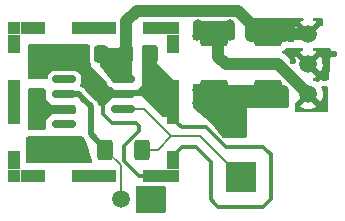
<source format=gbr>
G04 #@! TF.GenerationSoftware,KiCad,Pcbnew,7.0.5*
G04 #@! TF.CreationDate,2023-07-12T12:31:12+02:00*
G04 #@! TF.ProjectId,Tunnelling-Amp,54756e6e-656c-46c6-996e-672d416d702e,1.0*
G04 #@! TF.SameCoordinates,Original*
G04 #@! TF.FileFunction,Copper,L1,Top*
G04 #@! TF.FilePolarity,Positive*
%FSLAX46Y46*%
G04 Gerber Fmt 4.6, Leading zero omitted, Abs format (unit mm)*
G04 Created by KiCad (PCBNEW 7.0.5) date 2023-07-12 12:31:12*
%MOMM*%
%LPD*%
G01*
G04 APERTURE LIST*
G04 Aperture macros list*
%AMRoundRect*
0 Rectangle with rounded corners*
0 $1 Rounding radius*
0 $2 $3 $4 $5 $6 $7 $8 $9 X,Y pos of 4 corners*
0 Add a 4 corners polygon primitive as box body*
4,1,4,$2,$3,$4,$5,$6,$7,$8,$9,$2,$3,0*
0 Add four circle primitives for the rounded corners*
1,1,$1+$1,$2,$3*
1,1,$1+$1,$4,$5*
1,1,$1+$1,$6,$7*
1,1,$1+$1,$8,$9*
0 Add four rect primitives between the rounded corners*
20,1,$1+$1,$2,$3,$4,$5,0*
20,1,$1+$1,$4,$5,$6,$7,0*
20,1,$1+$1,$6,$7,$8,$9,0*
20,1,$1+$1,$8,$9,$2,$3,0*%
G04 Aperture macros list end*
G04 #@! TA.AperFunction,SMDPad,CuDef*
%ADD10RoundRect,0.250000X-0.925000X0.787500X-0.925000X-0.787500X0.925000X-0.787500X0.925000X0.787500X0*%
G04 #@! TD*
G04 #@! TA.AperFunction,SMDPad,CuDef*
%ADD11RoundRect,0.250000X0.925000X-0.787500X0.925000X0.787500X-0.925000X0.787500X-0.925000X-0.787500X0*%
G04 #@! TD*
G04 #@! TA.AperFunction,SMDPad,CuDef*
%ADD12R,2.500000X2.500000*%
G04 #@! TD*
G04 #@! TA.AperFunction,SMDPad,CuDef*
%ADD13RoundRect,0.250000X0.475000X-0.337500X0.475000X0.337500X-0.475000X0.337500X-0.475000X-0.337500X0*%
G04 #@! TD*
G04 #@! TA.AperFunction,SMDPad,CuDef*
%ADD14R,1.000000X1.000000*%
G04 #@! TD*
G04 #@! TA.AperFunction,SMDPad,CuDef*
%ADD15R,2.130000X1.000000*%
G04 #@! TD*
G04 #@! TA.AperFunction,SMDPad,CuDef*
%ADD16R,3.800000X1.000000*%
G04 #@! TD*
G04 #@! TA.AperFunction,SMDPad,CuDef*
%ADD17R,1.000000X1.650000*%
G04 #@! TD*
G04 #@! TA.AperFunction,SMDPad,CuDef*
%ADD18R,1.000000X3.800000*%
G04 #@! TD*
G04 #@! TA.AperFunction,SMDPad,CuDef*
%ADD19RoundRect,0.150000X0.825000X0.150000X-0.825000X0.150000X-0.825000X-0.150000X0.825000X-0.150000X0*%
G04 #@! TD*
G04 #@! TA.AperFunction,SMDPad,CuDef*
%ADD20RoundRect,0.250000X-0.337500X-0.475000X0.337500X-0.475000X0.337500X0.475000X-0.337500X0.475000X0*%
G04 #@! TD*
G04 #@! TA.AperFunction,SMDPad,CuDef*
%ADD21RoundRect,0.250000X-0.475000X0.337500X-0.475000X-0.337500X0.475000X-0.337500X0.475000X0.337500X0*%
G04 #@! TD*
G04 #@! TA.AperFunction,SMDPad,CuDef*
%ADD22RoundRect,0.250000X-0.400000X-0.625000X0.400000X-0.625000X0.400000X0.625000X-0.400000X0.625000X0*%
G04 #@! TD*
G04 #@! TA.AperFunction,SMDPad,CuDef*
%ADD23RoundRect,0.250000X0.337500X0.475000X-0.337500X0.475000X-0.337500X-0.475000X0.337500X-0.475000X0*%
G04 #@! TD*
G04 #@! TA.AperFunction,SMDPad,CuDef*
%ADD24C,1.500000*%
G04 #@! TD*
G04 #@! TA.AperFunction,ViaPad*
%ADD25C,0.800000*%
G04 #@! TD*
G04 #@! TA.AperFunction,ViaPad*
%ADD26C,0.600000*%
G04 #@! TD*
G04 #@! TA.AperFunction,Conductor*
%ADD27C,0.300000*%
G04 #@! TD*
G04 #@! TA.AperFunction,Conductor*
%ADD28C,0.600000*%
G04 #@! TD*
G04 #@! TA.AperFunction,Conductor*
%ADD29C,1.000000*%
G04 #@! TD*
G04 #@! TA.AperFunction,Conductor*
%ADD30C,0.200000*%
G04 #@! TD*
G04 #@! TA.AperFunction,Conductor*
%ADD31C,0.500000*%
G04 #@! TD*
G04 APERTURE END LIST*
D10*
X113924000Y-119350500D03*
X113924000Y-124275500D03*
D11*
X118496000Y-124275500D03*
X118496000Y-119350500D03*
D12*
X116210000Y-131465000D03*
D13*
X98930000Y-124628500D03*
X98930000Y-122553500D03*
D14*
X97026000Y-131365000D03*
D15*
X98591000Y-131365000D03*
D16*
X103756000Y-131365000D03*
D15*
X108921000Y-131365000D03*
D14*
X110486000Y-131365000D03*
D17*
X97026000Y-130040000D03*
X110486000Y-130040000D03*
D18*
X97026000Y-125115000D03*
X110486000Y-125115000D03*
D17*
X97026000Y-120190000D03*
X110486000Y-120190000D03*
D14*
X97026000Y-118865000D03*
D15*
X98591000Y-118865000D03*
D16*
X103756000Y-118865000D03*
D15*
X108921000Y-118865000D03*
D14*
X110486000Y-118865000D03*
D19*
X106231000Y-125750000D03*
X106231000Y-124480000D03*
X106231000Y-123210000D03*
X101281000Y-123210000D03*
X101281000Y-124480000D03*
X101281000Y-125750000D03*
X101281000Y-127020000D03*
D20*
X102345500Y-121051000D03*
X104420500Y-121051000D03*
D21*
X98930000Y-126744500D03*
X98930000Y-128819500D03*
D22*
X104746000Y-129179000D03*
X107846000Y-129179000D03*
D23*
X108603500Y-121051000D03*
X106528500Y-121051000D03*
D24*
X121925000Y-124480000D03*
X115575000Y-127020000D03*
X106050000Y-133370000D03*
X108590000Y-133370000D03*
X121925000Y-121940000D03*
X121925000Y-119400000D03*
D25*
X112527000Y-124099000D03*
X112527000Y-125242000D03*
X115321000Y-125242000D03*
X115321000Y-124099000D03*
X109225000Y-123845000D03*
D26*
X123322000Y-122385503D03*
D25*
X108336000Y-122956000D03*
X117099000Y-124099000D03*
D26*
X107574000Y-134259000D03*
X120655000Y-121686000D03*
D25*
X109225000Y-124734000D03*
D26*
X109606000Y-134259000D03*
D25*
X117099000Y-125242000D03*
D26*
X102621000Y-129560000D03*
D25*
X119893000Y-124099000D03*
D26*
X107574000Y-132481000D03*
X124084000Y-121051000D03*
D25*
X108717000Y-122194000D03*
X98430000Y-129687000D03*
D26*
X123322000Y-121686000D03*
D25*
X99319000Y-129687000D03*
D26*
X123322000Y-123083000D03*
X123322000Y-121051000D03*
D25*
X119893000Y-125242000D03*
X108375497Y-123845000D03*
D26*
X109606000Y-132481000D03*
D25*
X109225000Y-122956000D03*
D26*
X120655000Y-121051000D03*
D25*
X115321000Y-119527000D03*
X115321000Y-118511000D03*
X99573000Y-125750000D03*
X98684000Y-125750000D03*
X112527000Y-119527000D03*
X112552400Y-118536400D03*
D27*
X118432500Y-133687500D02*
X118750000Y-133370000D01*
X113987500Y-133687500D02*
X114305000Y-134005000D01*
X118432500Y-129242500D02*
X118115000Y-128925000D01*
X118750000Y-131465000D02*
X118750000Y-129560000D01*
X116210000Y-134005000D02*
X116210000Y-134005000D01*
X113670000Y-131465000D02*
X113670000Y-133370000D01*
X116210000Y-128925000D02*
X114940000Y-128925000D01*
X116210000Y-134005000D02*
X118115000Y-134005000D01*
X116210000Y-128925000D02*
X116210000Y-128925000D01*
X113289000Y-127274000D02*
X111257000Y-127274000D01*
X112400000Y-128925000D02*
X112400000Y-128925000D01*
X111249000Y-127266000D02*
X110939500Y-126956500D01*
X114940000Y-128925000D02*
X113289000Y-127274000D01*
X111257000Y-128925000D02*
X112400000Y-128925000D01*
X110241000Y-126258000D02*
X110939500Y-126956500D01*
X105288000Y-126893000D02*
X104526000Y-126131000D01*
X106304000Y-128847472D02*
X107574000Y-127577472D01*
X106231000Y-124480000D02*
X107828000Y-124480000D01*
X118750000Y-133370000D02*
X118750000Y-131465000D01*
X105415000Y-124480000D02*
X106231000Y-124480000D01*
X108921000Y-131365000D02*
X107556000Y-131365000D01*
X107556000Y-131365000D02*
X106304000Y-130113000D01*
X104526000Y-126131000D02*
X104526000Y-125369000D01*
X110486000Y-126503000D02*
X110486000Y-125115000D01*
X107574000Y-127577472D02*
X107574000Y-127147000D01*
X104526000Y-125369000D02*
X105415000Y-124480000D01*
X112400000Y-128925000D02*
X113670000Y-130195000D01*
X113670000Y-130195000D02*
X113670000Y-131465000D01*
X118750000Y-129560000D02*
X118432500Y-129242500D01*
X109606000Y-126258000D02*
X110241000Y-126258000D01*
X110486000Y-129696000D02*
X111257000Y-128925000D01*
X107320000Y-126893000D02*
X105288000Y-126893000D01*
X111257000Y-127274000D02*
X111249000Y-127266000D01*
X110939500Y-126956500D02*
X110486000Y-126503000D01*
X113670000Y-133370000D02*
X113987500Y-133687500D01*
X107828000Y-124480000D02*
X109606000Y-126258000D01*
X113289000Y-127274000D02*
X113289000Y-127274000D01*
X114305000Y-134005000D02*
X116210000Y-134005000D01*
X107574000Y-127147000D02*
X107320000Y-126893000D01*
X110486000Y-130040000D02*
X110486000Y-129696000D01*
X118115000Y-128925000D02*
X116210000Y-128925000D01*
X118115000Y-134005000D02*
X118432500Y-133687500D01*
X106304000Y-130113000D02*
X106304000Y-128847472D01*
D28*
X113924000Y-119350500D02*
X113874500Y-119400000D01*
D29*
X121925000Y-124480000D02*
X119385000Y-121940000D01*
X114940000Y-121940000D02*
X114305000Y-121305000D01*
X114305000Y-121305000D02*
X114305000Y-119731500D01*
X119385000Y-121940000D02*
X114940000Y-121940000D01*
D28*
X114305000Y-119731500D02*
X113924000Y-119350500D01*
D29*
X104408000Y-121051000D02*
X106528500Y-121051000D01*
X117099000Y-119527000D02*
X119893000Y-119527000D01*
X106528500Y-121051000D02*
X106528500Y-122912500D01*
X106528500Y-121051000D02*
X106528500Y-118286500D01*
X117099000Y-118511000D02*
X119893000Y-118511000D01*
X117099000Y-118511000D02*
X117099000Y-119527000D01*
X121925000Y-119400000D02*
X120020000Y-119400000D01*
X115999000Y-117411000D02*
X117099000Y-118511000D01*
X107404000Y-117411000D02*
X115999000Y-117411000D01*
D30*
X106528500Y-122912500D02*
X106231000Y-123210000D01*
D29*
X106528500Y-118286500D02*
X107404000Y-117411000D01*
D30*
X120020000Y-119400000D02*
X119893000Y-119527000D01*
X112781000Y-128036000D02*
X116210000Y-131465000D01*
X106231000Y-125750000D02*
X108021000Y-125750000D01*
X107846000Y-129179000D02*
X109164000Y-129179000D01*
X109164000Y-129179000D02*
X110307000Y-128036000D01*
X108021000Y-125750000D02*
X110307000Y-128036000D01*
X110307000Y-128036000D02*
X112781000Y-128036000D01*
D31*
X102875000Y-124861000D02*
X102494000Y-124480000D01*
D30*
X106050000Y-133370000D02*
X106050000Y-130495396D01*
D31*
X102494000Y-124480000D02*
X101281000Y-124480000D01*
X103510000Y-125496000D02*
X103510000Y-127880500D01*
D30*
X104808500Y-129253896D02*
X104808500Y-129179000D01*
X106050000Y-130495396D02*
X104808500Y-129253896D01*
D31*
X102875000Y-124861000D02*
X103510000Y-125496000D01*
X103510000Y-127880500D02*
X104808500Y-129179000D01*
G04 #@! TA.AperFunction,Conductor*
G36*
X115627500Y-118331462D02*
G01*
X115682038Y-118386000D01*
X115702000Y-118460500D01*
X115702000Y-119759000D01*
X115682038Y-119833500D01*
X115627500Y-119888038D01*
X115553000Y-119908000D01*
X112295000Y-119908000D01*
X112220500Y-119888038D01*
X112165962Y-119833500D01*
X112146000Y-119759000D01*
X112146000Y-118460500D01*
X112165962Y-118386000D01*
X112220500Y-118331462D01*
X112295000Y-118311500D01*
X115553000Y-118311500D01*
X115627500Y-118331462D01*
G37*
G04 #@! TD.AperFunction*
G04 #@! TA.AperFunction,Conductor*
G36*
X103372414Y-120283562D02*
G01*
X103426952Y-120338100D01*
X103446914Y-120412600D01*
X103440998Y-120454170D01*
X103435402Y-120473428D01*
X103435402Y-120473431D01*
X103432500Y-120510306D01*
X103432500Y-121591694D01*
X103434757Y-121620374D01*
X103435402Y-121628571D01*
X103481256Y-121786397D01*
X103481256Y-121786398D01*
X103489249Y-121799914D01*
X103509992Y-121874198D01*
X103510000Y-121875762D01*
X103510000Y-122067000D01*
X104720617Y-123277618D01*
X104726117Y-123283762D01*
X104834964Y-123419821D01*
X104862482Y-123482631D01*
X104863782Y-123482303D01*
X104865750Y-123490089D01*
X104865915Y-123490466D01*
X104865996Y-123491065D01*
X104866122Y-123491564D01*
X104921638Y-123632341D01*
X104923205Y-123634408D01*
X105013078Y-123752922D01*
X105133658Y-123844361D01*
X105274436Y-123899877D01*
X105301059Y-123903074D01*
X105372643Y-123931773D01*
X105388651Y-123945651D01*
X105542000Y-124099000D01*
X106304000Y-124099000D01*
X106304000Y-124607000D01*
X106295947Y-124615052D01*
X106284038Y-124659500D01*
X106229500Y-124714038D01*
X106155000Y-124734000D01*
X105288000Y-124734000D01*
X104569641Y-125452359D01*
X104502846Y-125490923D01*
X104464282Y-125496000D01*
X104299269Y-125496000D01*
X104224769Y-125476038D01*
X104170231Y-125421500D01*
X104156187Y-125388575D01*
X104152224Y-125374936D01*
X104147483Y-125352040D01*
X104145071Y-125332942D01*
X104145070Y-125332938D01*
X104127408Y-125288330D01*
X104125136Y-125281698D01*
X104111745Y-125235602D01*
X104106302Y-125226398D01*
X104101940Y-125219022D01*
X104091655Y-125198027D01*
X104084570Y-125180134D01*
X104084567Y-125180128D01*
X104073101Y-125164347D01*
X104056361Y-125141306D01*
X104052516Y-125135454D01*
X104028081Y-125094135D01*
X104014462Y-125080516D01*
X103999279Y-125062739D01*
X103987963Y-125047163D01*
X103950995Y-125016580D01*
X103945800Y-125011854D01*
X103285079Y-124351133D01*
X103285076Y-124351131D01*
X103016384Y-124082438D01*
X103005579Y-124068951D01*
X103005178Y-124069284D01*
X102999205Y-124062065D01*
X102999202Y-124062060D01*
X102947608Y-124013610D01*
X102945927Y-124011981D01*
X102925034Y-123991088D01*
X102919710Y-123986958D01*
X102914372Y-123982398D01*
X102879400Y-123949557D01*
X102879396Y-123949554D01*
X102879393Y-123949552D01*
X102862515Y-123940273D01*
X102842984Y-123927444D01*
X102827764Y-123915638D01*
X102783720Y-123896578D01*
X102777423Y-123893493D01*
X102735372Y-123870375D01*
X102735369Y-123870373D01*
X102729697Y-123868917D01*
X102716704Y-123865580D01*
X102694598Y-123858012D01*
X102676926Y-123850365D01*
X102676924Y-123850364D01*
X102668320Y-123846641D01*
X102668892Y-123845319D01*
X102611524Y-123810575D01*
X102574368Y-123742986D01*
X102575985Y-123665875D01*
X102589198Y-123634408D01*
X102590355Y-123632349D01*
X102590361Y-123632342D01*
X102645877Y-123491564D01*
X102656500Y-123403102D01*
X102656500Y-123016898D01*
X102645877Y-122928436D01*
X102590361Y-122787658D01*
X102498922Y-122667078D01*
X102498920Y-122667076D01*
X102451982Y-122631482D01*
X102378342Y-122575639D01*
X102378341Y-122575638D01*
X102237563Y-122520122D01*
X102149105Y-122509500D01*
X102149102Y-122509500D01*
X100412898Y-122509500D01*
X100412894Y-122509500D01*
X100324436Y-122520122D01*
X100183658Y-122575638D01*
X100183658Y-122575639D01*
X100063079Y-122667076D01*
X100063076Y-122667079D01*
X99971639Y-122787658D01*
X99971638Y-122787658D01*
X99916122Y-122928436D01*
X99905500Y-123016894D01*
X99905500Y-123061000D01*
X99885538Y-123135500D01*
X99831000Y-123190038D01*
X99756500Y-123210000D01*
X98325000Y-123210000D01*
X98250500Y-123190038D01*
X98195962Y-123135500D01*
X98176000Y-123061000D01*
X98176000Y-120412600D01*
X98195962Y-120338100D01*
X98250500Y-120283562D01*
X98325000Y-120263600D01*
X103297914Y-120263600D01*
X103372414Y-120283562D01*
G37*
G04 #@! TD.AperFunction*
G04 #@! TA.AperFunction,Conductor*
G36*
X109023500Y-120308962D02*
G01*
X109078038Y-120363500D01*
X109098000Y-120438000D01*
X109098000Y-121813000D01*
X110578359Y-123293359D01*
X110616923Y-123360154D01*
X110622000Y-123398718D01*
X110622000Y-126109000D01*
X110602038Y-126183500D01*
X110547500Y-126238038D01*
X110473000Y-126258000D01*
X109540718Y-126258000D01*
X109466218Y-126238038D01*
X109435359Y-126214359D01*
X107828000Y-124607000D01*
X105288000Y-124607000D01*
X105288000Y-124099000D01*
X107447000Y-124099000D01*
X107828000Y-123718000D01*
X107827999Y-120437999D01*
X107847962Y-120363500D01*
X107902500Y-120308962D01*
X107977000Y-120289000D01*
X108949000Y-120289000D01*
X109023500Y-120308962D01*
G37*
G04 #@! TD.AperFunction*
G04 #@! TA.AperFunction,Conductor*
G36*
X119902283Y-123737962D02*
G01*
X119933142Y-123761641D01*
X120230359Y-124058858D01*
X120268923Y-124125653D01*
X120274000Y-124164217D01*
X120274000Y-125474000D01*
X120254038Y-125548500D01*
X120199500Y-125603038D01*
X120125000Y-125623000D01*
X116718000Y-125623000D01*
X116718000Y-123718000D01*
X116718026Y-123718000D01*
X119827783Y-123718000D01*
X119902283Y-123737962D01*
G37*
G04 #@! TD.AperFunction*
G04 #@! TA.AperFunction,Conductor*
G36*
X121442151Y-120554618D02*
G01*
X121447663Y-120557189D01*
X121449177Y-120557895D01*
X121501615Y-120604069D01*
X121520766Y-120671262D01*
X121500549Y-120738143D01*
X121449175Y-120782658D01*
X121297614Y-120853332D01*
X121297612Y-120853333D01*
X121235428Y-120896875D01*
X121235427Y-120896875D01*
X121925000Y-121586447D01*
X121925001Y-121586447D01*
X122614572Y-120896875D01*
X122614571Y-120896873D01*
X122552391Y-120853335D01*
X122400824Y-120782658D01*
X122348385Y-120736486D01*
X122329233Y-120669292D01*
X122349449Y-120602411D01*
X122400826Y-120557893D01*
X122407855Y-120554615D01*
X122460255Y-120543000D01*
X123700236Y-120543000D01*
X123767275Y-120562685D01*
X123813030Y-120615489D01*
X123824107Y-120672629D01*
X123818202Y-120802558D01*
X123710549Y-123170899D01*
X123687841Y-123236975D01*
X123633014Y-123280285D01*
X123563659Y-123287113D01*
X123514313Y-123277791D01*
X123514306Y-123277790D01*
X123514300Y-123277790D01*
X123444515Y-123274723D01*
X123414531Y-123277697D01*
X123408408Y-123278000D01*
X123275894Y-123278000D01*
X123269215Y-123277639D01*
X123253450Y-123275932D01*
X123184436Y-123268459D01*
X123184423Y-123268458D01*
X123118890Y-123270159D01*
X123118880Y-123270159D01*
X122985732Y-123291611D01*
X122855330Y-123352420D01*
X122822090Y-123374157D01*
X122796856Y-123390659D01*
X122796853Y-123390661D01*
X122796849Y-123390663D01*
X122796851Y-123390663D01*
X122796844Y-123390668D01*
X122765098Y-123418619D01*
X122701774Y-123448146D01*
X122696851Y-123448793D01*
X122687779Y-123449801D01*
X122618975Y-123437640D01*
X122602962Y-123428134D01*
X122552643Y-123392900D01*
X122552639Y-123392898D01*
X122400824Y-123322105D01*
X122348385Y-123275932D01*
X122329233Y-123208739D01*
X122349449Y-123141858D01*
X122400825Y-123097341D01*
X122552384Y-123026668D01*
X122552386Y-123026667D01*
X122614572Y-122983124D01*
X121925000Y-122293553D01*
X121571447Y-121940000D01*
X122278553Y-121940000D01*
X122968124Y-122629572D01*
X123011666Y-122567387D01*
X123104101Y-122369159D01*
X123104105Y-122369150D01*
X123160710Y-122157894D01*
X123160712Y-122157884D01*
X123179775Y-121940000D01*
X123179775Y-121939999D01*
X123160712Y-121722115D01*
X123160710Y-121722105D01*
X123104105Y-121510849D01*
X123104101Y-121510840D01*
X123011668Y-121312615D01*
X122968123Y-121250428D01*
X122278553Y-121939999D01*
X122278553Y-121940000D01*
X121571447Y-121940000D01*
X120881875Y-121250427D01*
X120881875Y-121250428D01*
X120838333Y-121312612D01*
X120838332Y-121312614D01*
X120745898Y-121510840D01*
X120745895Y-121510847D01*
X120722209Y-121599245D01*
X120685844Y-121658905D01*
X120622996Y-121689434D01*
X120553621Y-121681139D01*
X120514753Y-121654832D01*
X120370761Y-121510840D01*
X120101972Y-121242051D01*
X120100914Y-121240965D01*
X120040064Y-121176951D01*
X120040060Y-121176948D01*
X120040059Y-121176947D01*
X120014165Y-121158924D01*
X119989709Y-121141902D01*
X119985946Y-121139064D01*
X119938413Y-121100305D01*
X119938406Y-121100300D01*
X119907959Y-121084397D01*
X119901251Y-121080334D01*
X119873049Y-121060705D01*
X119873046Y-121060703D01*
X119873045Y-121060703D01*
X119873041Y-121060701D01*
X119816680Y-121036514D01*
X119812425Y-121034494D01*
X119780861Y-121018007D01*
X119730553Y-120969522D01*
X119714444Y-120901535D01*
X119737649Y-120835631D01*
X119773174Y-120802558D01*
X119889656Y-120730712D01*
X120013712Y-120606656D01*
X120016646Y-120601898D01*
X120068594Y-120555177D01*
X120122182Y-120543000D01*
X121389745Y-120543000D01*
X121442151Y-120554618D01*
G37*
G04 #@! TD.AperFunction*
G04 #@! TA.AperFunction,Conductor*
G36*
X109803039Y-132246685D02*
G01*
X109848794Y-132299489D01*
X109860000Y-132351000D01*
X109860000Y-134389000D01*
X109840315Y-134456039D01*
X109787511Y-134501794D01*
X109736000Y-134513000D01*
X107444000Y-134513000D01*
X107376961Y-134493315D01*
X107331206Y-134440511D01*
X107320000Y-134389000D01*
X107320000Y-132351000D01*
X107339685Y-132283961D01*
X107392489Y-132238206D01*
X107444000Y-132227000D01*
X109736000Y-132227000D01*
X109803039Y-132246685D01*
G37*
G04 #@! TD.AperFunction*
G04 #@! TA.AperFunction,Conductor*
G36*
X102840408Y-128055962D02*
G01*
X102894946Y-128110500D01*
X102904288Y-128132402D01*
X102904534Y-128132296D01*
X102908257Y-128140900D01*
X102918058Y-128157473D01*
X102928341Y-128178464D01*
X102935429Y-128196367D01*
X102935432Y-128196372D01*
X102963632Y-128235186D01*
X102967487Y-128241055D01*
X102983236Y-128267684D01*
X102991919Y-128282365D01*
X102991921Y-128282367D01*
X103005533Y-128295979D01*
X103020717Y-128313758D01*
X103032032Y-128329332D01*
X103032037Y-128329337D01*
X103062770Y-128354762D01*
X103107449Y-128417631D01*
X103111358Y-128429689D01*
X103584534Y-130133121D01*
X103585240Y-130210246D01*
X103547288Y-130277391D01*
X103480849Y-130316564D01*
X103440970Y-130322000D01*
X98198000Y-130322000D01*
X98123500Y-130302038D01*
X98068962Y-130247500D01*
X98049000Y-130173000D01*
X98049000Y-128185000D01*
X98068962Y-128110500D01*
X98123500Y-128055962D01*
X98198000Y-128036000D01*
X102765908Y-128036000D01*
X102840408Y-128055962D01*
G37*
G04 #@! TD.AperFunction*
G04 #@! TA.AperFunction,Conductor*
G36*
X99625500Y-123991962D02*
G01*
X99680038Y-124046500D01*
X99700000Y-124121000D01*
X99700000Y-124861000D01*
X100208000Y-125369000D01*
X102091000Y-125369000D01*
X102165500Y-125388962D01*
X102220038Y-125443500D01*
X102240000Y-125518000D01*
X102240000Y-125982000D01*
X102220038Y-126056500D01*
X102165500Y-126111038D01*
X102091000Y-126131000D01*
X100208000Y-126131000D01*
X99700000Y-126639000D01*
X99700000Y-127379000D01*
X99680038Y-127453500D01*
X99625500Y-127508038D01*
X99551000Y-127528000D01*
X98325000Y-127528000D01*
X98250500Y-127508038D01*
X98195962Y-127453500D01*
X98176000Y-127379000D01*
X98176000Y-124121000D01*
X98195962Y-124046500D01*
X98250500Y-123991962D01*
X98325000Y-123972000D01*
X99551000Y-123972000D01*
X99625500Y-123991962D01*
G37*
G04 #@! TD.AperFunction*
G04 #@! TA.AperFunction,Conductor*
G36*
X116718000Y-123718000D02*
G01*
X116718000Y-125623000D01*
X116718000Y-128039000D01*
X116698315Y-128106039D01*
X116645511Y-128151794D01*
X116594000Y-128163000D01*
X114745598Y-128163000D01*
X114678559Y-128143315D01*
X114648770Y-128116462D01*
X113670000Y-126892999D01*
X112190617Y-125660180D01*
X112151718Y-125602141D01*
X112146000Y-125564921D01*
X112146000Y-123718492D01*
X112165685Y-123651453D01*
X112218489Y-123605698D01*
X112273442Y-123594540D01*
X116718000Y-123718000D01*
G37*
G04 #@! TD.AperFunction*
G04 #@! TA.AperFunction,Conductor*
G36*
X121470835Y-118022685D02*
G01*
X121516590Y-118075489D01*
X121526534Y-118144647D01*
X121497509Y-118208203D01*
X121456201Y-118239382D01*
X121297614Y-118313332D01*
X121297612Y-118313333D01*
X121235428Y-118356875D01*
X121235427Y-118356875D01*
X121925000Y-119046447D01*
X121925001Y-119046447D01*
X122614572Y-118356875D01*
X122614571Y-118356873D01*
X122552391Y-118313335D01*
X122393799Y-118239382D01*
X122341360Y-118193210D01*
X122322208Y-118126016D01*
X122342424Y-118059135D01*
X122395589Y-118013801D01*
X122446204Y-118003000D01*
X123063007Y-118003000D01*
X123130046Y-118022685D01*
X123175801Y-118075489D01*
X123186766Y-118134735D01*
X123157721Y-118599449D01*
X123133892Y-118665130D01*
X123078337Y-118707502D01*
X123023156Y-118715242D01*
X122968124Y-118710427D01*
X122012680Y-119665871D01*
X121951357Y-119699356D01*
X121881665Y-119694372D01*
X121837318Y-119665871D01*
X120881875Y-118710427D01*
X120881875Y-118710428D01*
X120838333Y-118772612D01*
X120838332Y-118772614D01*
X120745898Y-118970840D01*
X120745894Y-118970849D01*
X120689289Y-119182105D01*
X120689287Y-119182115D01*
X120670225Y-119399999D01*
X120670225Y-119400000D01*
X120689287Y-119617884D01*
X120689289Y-119617894D01*
X120745894Y-119829150D01*
X120745897Y-119829159D01*
X120759624Y-119858595D01*
X120770116Y-119927672D01*
X120741596Y-119991456D01*
X120683120Y-120029696D01*
X120647242Y-120035000D01*
X120295000Y-120035000D01*
X120227961Y-120015315D01*
X120182206Y-119962511D01*
X120171000Y-119911000D01*
X120171000Y-119600500D01*
X119239625Y-119600500D01*
X119364625Y-119100500D01*
X120170999Y-119100500D01*
X120170999Y-118513028D01*
X120170998Y-118513013D01*
X120160505Y-118410302D01*
X120105358Y-118243880D01*
X120105354Y-118243871D01*
X120073419Y-118192096D01*
X120054979Y-118124704D01*
X120075902Y-118058040D01*
X120129544Y-118013271D01*
X120178958Y-118003000D01*
X121403796Y-118003000D01*
X121470835Y-118022685D01*
G37*
G04 #@! TD.AperFunction*
G04 #@! TA.AperFunction,Conductor*
G36*
X106882039Y-120816685D02*
G01*
X106927794Y-120869489D01*
X106939000Y-120921000D01*
X106939000Y-123213000D01*
X106919315Y-123280039D01*
X106866511Y-123325794D01*
X106815000Y-123337000D01*
X105347598Y-123337000D01*
X105280559Y-123317315D01*
X105250770Y-123290462D01*
X104299172Y-122100965D01*
X104272664Y-122036319D01*
X104272000Y-122023503D01*
X104272000Y-120921000D01*
X104291685Y-120853961D01*
X104344489Y-120808206D01*
X104396000Y-120797000D01*
X106815000Y-120797000D01*
X106882039Y-120816685D01*
G37*
G04 #@! TD.AperFunction*
G04 #@! TA.AperFunction,Conductor*
G36*
X123236944Y-123783500D02*
G01*
X123236946Y-123783500D01*
X123407055Y-123783500D01*
X123407056Y-123783500D01*
X123422322Y-123779737D01*
X123492123Y-123782804D01*
X123549186Y-123823122D01*
X123575393Y-123887891D01*
X123575999Y-123900133D01*
X123576000Y-125880000D01*
X123556315Y-125947039D01*
X123503512Y-125992794D01*
X123452000Y-126004000D01*
X120906000Y-126004000D01*
X120838961Y-125984315D01*
X120793206Y-125931511D01*
X120782000Y-125880000D01*
X120782000Y-125523124D01*
X121235426Y-125523124D01*
X121297611Y-125566666D01*
X121297613Y-125566667D01*
X121495840Y-125659101D01*
X121495849Y-125659105D01*
X121707105Y-125715710D01*
X121707115Y-125715712D01*
X121924999Y-125734775D01*
X121925001Y-125734775D01*
X122142884Y-125715712D01*
X122142894Y-125715710D01*
X122354150Y-125659105D01*
X122354159Y-125659101D01*
X122552387Y-125566666D01*
X122614572Y-125523124D01*
X121925001Y-124833553D01*
X121925000Y-124833553D01*
X121235426Y-125523124D01*
X120782000Y-125523124D01*
X120782000Y-125296156D01*
X120801685Y-125229117D01*
X120854489Y-125183362D01*
X120870913Y-125180533D01*
X121837318Y-124214128D01*
X121898641Y-124180643D01*
X121968332Y-124185627D01*
X122012680Y-124214128D01*
X122968124Y-125169572D01*
X123011666Y-125107387D01*
X123104101Y-124909159D01*
X123104105Y-124909150D01*
X123160710Y-124697894D01*
X123160712Y-124697884D01*
X123179775Y-124480000D01*
X123179775Y-124479999D01*
X123160712Y-124262115D01*
X123160710Y-124262105D01*
X123104105Y-124050849D01*
X123104102Y-124050840D01*
X123055489Y-123946591D01*
X123044997Y-123877514D01*
X123073516Y-123813730D01*
X123131993Y-123775490D01*
X123197544Y-123773789D01*
X123236944Y-123783500D01*
G37*
G04 #@! TD.AperFunction*
M02*

</source>
